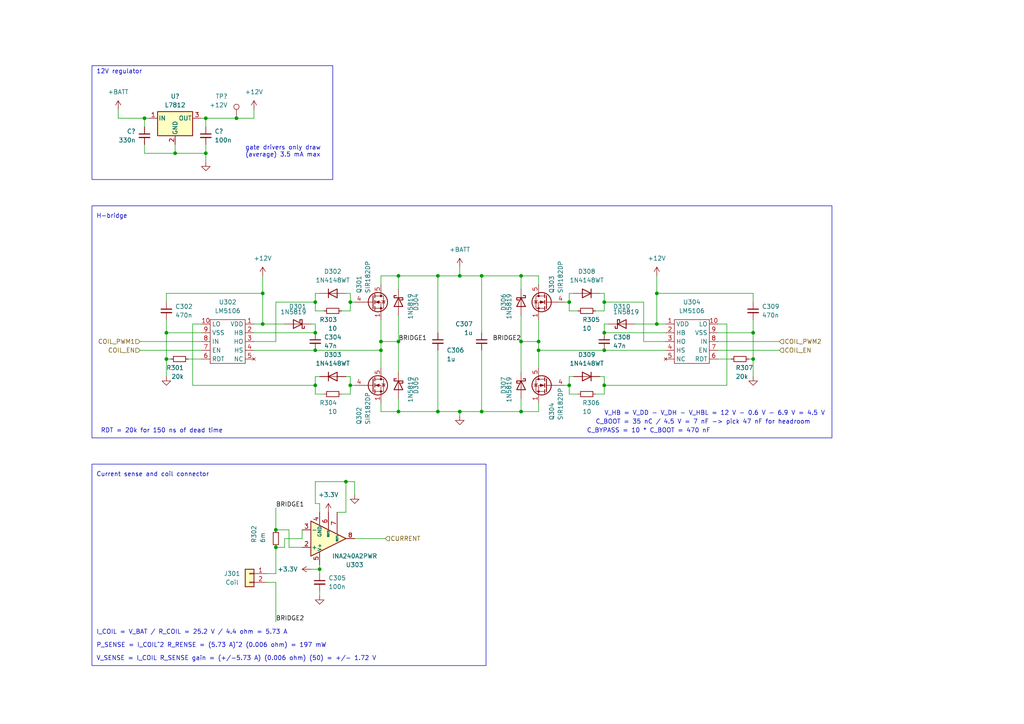
<source format=kicad_sch>
(kicad_sch (version 20230121) (generator eeschema)
  (paper "A4")
  (lib_symbols
    (symbol "Amplifier_Current:INA240A2PW" (pin_names (offset 0.127))
      (property "Reference" "U" (at 3.81 3.81 0))
      (property "Value" "INA240A2PW" (at 3.81 -2.54 0))
      (symbol "INA240A2PW_0_1"
        (polyline (pts (xy 5.08 0) (xy -5.08 5.08) (xy -5.08 -5.08) (xy 5.08 0)) (stroke (width 0.254)) (fill (type background)))
      )
      (symbol "INA240A2PW_1_1"
        (pin passive line (at -2.54 -7.62 90) (length 3.81) hide (name "GND") (number "1"))
        (pin input line (at -7.62 2.54 0) (length 2.54) (name "+") (number "2"))
        (pin input line (at -7.62 -2.54 0) (length 2.54) (name "-") (number "3"))
        (pin power_in line (at -2.54 -7.62 90) (length 3.81) (name "GND") (number "4"))
        (pin power_in line (at -2.54 7.62 270) (length 3.81) (name "V+") (number "5"))
        (pin passive line (at 0 -7.62 90) (length 5.08) (name "REF2") (number "6"))
        (pin passive line (at 2.54 -7.62 90) (length 6.35) (name "REF1") (number "7"))
        (pin output line (at 7.62 0 180) (length 2.54) (name "~") (number "8"))
      )
    )
    (symbol "ArduinoShieldVCA:LM5106"
      (property "Reference" "U" (at 0 10.16 0))
      (property "Value" "LM5106" (at 0 7.62 0))
      (symbol "LM5106_0_1"
        (rectangle (start -5.08 6.35) (end 5.08 -6.35))
      )
      (symbol "LM5106_1_1"
        (pin power_in line (at -7.62 5.08 0) (length 2.54) (name "VDD") (number "1"))
        (pin output line (at 7.62 5.08 180) (length 2.54) (name "LO") (number "10"))
        (pin passive line (at -7.62 2.54 0) (length 2.54) (name "HB") (number "2"))
        (pin output line (at -7.62 0 0) (length 2.54) (name "HO") (number "3"))
        (pin passive line (at -7.62 -2.54 0) (length 2.54) (name "HS") (number "4"))
        (pin no_connect line (at -7.62 -5.08 0) (length 2.54) (name "NC") (number "5"))
        (pin passive line (at 7.62 -5.08 180) (length 2.54) (name "RDT") (number "6"))
        (pin input line (at 7.62 -2.54 180) (length 2.54) (name "EN") (number "7"))
        (pin input line (at 7.62 0 180) (length 2.54) (name "IN") (number "8"))
        (pin power_in line (at 7.62 2.54 180) (length 2.54) (name "VSS") (number "9"))
      )
    )
    (symbol "Connector:TestPoint" (pin_numbers hide) (pin_names (offset 0.762) hide)
      (property "Reference" "TP" (at 0 6.858 0))
      (property "Value" "TestPoint" (at 0 5.08 0))
      (symbol "TestPoint_0_1"
        (circle (center 0 3.302) (radius 0.762))
      )
      (symbol "TestPoint_1_1"
        (pin passive line (at 0 0 90) (length 2.54) (name "1") (number "1"))
      )
    )
    (symbol "Connector_Generic:Conn_01x02" (pin_names (offset 1.016) hide)
      (property "Reference" "J" (at 0 2.54 0))
      (property "Value" "Conn_01x02" (at 0 -5.08 0))
      (symbol "Conn_01x02_1_1"
        (rectangle (start -1.27 -2.413) (end 0 -2.667) (stroke (width 0.1524)))
        (rectangle (start -1.27 0.127) (end 0 -0.127) (stroke (width 0.1524)))
        (rectangle (start -1.27 1.27) (end 1.27 -3.81) (stroke (width 0.254)) (fill (type background)))
        (pin passive line (at -5.08 0 0) (length 3.81) (name "Pin_1") (number "1"))
        (pin passive line (at -5.08 -2.54 0) (length 3.81) (name "Pin_2") (number "2"))
      )
    )
    (symbol "Device:C_Small" (pin_numbers hide) (pin_names (offset 0.254) hide)
      (property "Reference" "C" (at 0.254 1.778 0))
      (property "Value" "C_Small" (at 0.254 -2.032 0))
      (symbol "C_Small_0_1"
        (polyline (pts (xy -1.524 -0.508) (xy 1.524 -0.508)) (stroke (width 0.3302)))
        (polyline (pts (xy -1.524 0.508) (xy 1.524 0.508)) (stroke (width 0.3048)))
      )
      (symbol "C_Small_1_1"
        (pin passive line (at 0 2.54 270) (length 2.032) (name "~") (number "1"))
        (pin passive line (at 0 -2.54 90) (length 2.032) (name "~") (number "2"))
      )
    )
    (symbol "Device:R_Small" (pin_numbers hide) (pin_names (offset 0.254) hide)
      (property "Reference" "R" (at 0.762 0.508 0))
      (property "Value" "R_Small" (at 0.762 -1.016 0))
      (symbol "R_Small_0_1"
        (rectangle (start -0.762 1.778) (end 0.762 -1.778) (stroke (width 0.2032)))
      )
      (symbol "R_Small_1_1"
        (pin passive line (at 0 2.54 270) (length 0.762) (name "~") (number "1"))
        (pin passive line (at 0 -2.54 90) (length 0.762) (name "~") (number "2"))
      )
    )
    (symbol "Diode:1N4148W" (pin_numbers hide) (pin_names hide)
      (property "Reference" "D" (at 0 2.54 0))
      (property "Value" "1N4148W" (at 0 -2.54 0))
      (symbol "1N4148W_0_1"
        (polyline (pts (xy -1.27 1.27) (xy -1.27 -1.27)) (stroke (width 0.254)))
        (polyline (pts (xy 1.27 0) (xy -1.27 0)))
        (polyline (pts (xy 1.27 1.27) (xy 1.27 -1.27) (xy -1.27 0) (xy 1.27 1.27)) (stroke (width 0.254)))
      )
      (symbol "1N4148W_1_1"
        (pin passive line (at -3.81 0 0) (length 2.54) (name "K") (number "1"))
        (pin passive line (at 3.81 0 180) (length 2.54) (name "A") (number "2"))
      )
    )
    (symbol "Diode:1N5819" (pin_numbers hide) (pin_names (offset 1.016) hide)
      (property "Reference" "D" (at 0 2.54 0))
      (property "Value" "1N5819" (at 0 -2.54 0))
      (symbol "1N5819_0_1"
        (polyline (pts (xy 1.27 0) (xy -1.27 0)))
        (polyline (pts (xy 1.27 1.27) (xy 1.27 -1.27) (xy -1.27 0) (xy 1.27 1.27)) (stroke (width 0.254)))
        (polyline (pts (xy -1.905 0.635) (xy -1.905 1.27) (xy -1.27 1.27) (xy -1.27 -1.27) (xy -0.635 -1.27) (xy -0.635 -0.635)) (stroke (width 0.254)))
      )
      (symbol "1N5819_1_1"
        (pin passive line (at -3.81 0 0) (length 2.54) (name "K") (number "1"))
        (pin passive line (at 3.81 0 180) (length 2.54) (name "A") (number "2"))
      )
    )
    (symbol "GND_1" (power) (pin_names (offset 0))
      (property "Value" "GND_1" (at 0 -3.81 0))
      (symbol "GND_1_0_1"
        (polyline (pts (xy 0 0) (xy 0 -1.27) (xy 1.27 -1.27) (xy 0 -2.54) (xy -1.27 -1.27) (xy 0 -1.27)))
      )
      (symbol "GND_1_1_1"
        (pin power_in line (at 0 0 270) (length 0) hide (name "GND") (number "1"))
      )
    )
    (symbol "Regulator_Linear:L7812" (pin_names (offset 0.254))
      (property "Reference" "U" (at -3.81 3.175 0))
      (property "Value" "L7812" (at 0 3.175 0))
      (symbol "L7812_0_1"
        (rectangle (start -5.08 1.905) (end 5.08 -5.08) (stroke (width 0.254)) (fill (type background)))
      )
      (symbol "L7812_1_1"
        (pin power_in line (at -7.62 0 0) (length 2.54) (name "IN") (number "1"))
        (pin power_in line (at 0 -7.62 90) (length 2.54) (name "GND") (number "2"))
        (pin power_out line (at 7.62 0 180) (length 2.54) (name "OUT") (number "3"))
      )
    )
    (symbol "Transistor_FET:Si7336ADP" (pin_names hide)
      (property "Reference" "Q" (at 5.08 1.905 0))
      (property "Value" "Si7336ADP" (at 5.08 0 0))
      (symbol "Si7336ADP_0_1"
        (polyline (pts (xy 0.254 0) (xy -2.54 0)))
        (polyline (pts (xy 0.254 1.905) (xy 0.254 -1.905)) (stroke (width 0.254)))
        (polyline (pts (xy 0.762 -1.27) (xy 0.762 -2.286)) (stroke (width 0.254)))
        (polyline (pts (xy 0.762 0.508) (xy 0.762 -0.508)) (stroke (width 0.254)))
        (polyline (pts (xy 0.762 2.286) (xy 0.762 1.27)) (stroke (width 0.254)))
        (polyline (pts (xy 2.54 2.54) (xy 2.54 1.778)))
        (polyline (pts (xy 2.54 -2.54) (xy 2.54 0) (xy 0.762 0)))
        (polyline (pts (xy 0.762 -1.778) (xy 3.302 -1.778) (xy 3.302 1.778) (xy 0.762 1.778)))
        (polyline (pts (xy 1.016 0) (xy 2.032 0.381) (xy 2.032 -0.381) (xy 1.016 0)) (fill (type outline)))
        (polyline (pts (xy 2.794 0.508) (xy 2.921 0.381) (xy 3.683 0.381) (xy 3.81 0.254)))
        (polyline (pts (xy 3.302 0.381) (xy 2.921 -0.254) (xy 3.683 -0.254) (xy 3.302 0.381)))
        (circle (center 1.651 0) (radius 2.794) (stroke (width 0.254)))
        (circle (center 2.54 -1.778) (radius 0.254) (fill (type outline)))
        (circle (center 2.54 1.778) (radius 0.254) (fill (type outline)))
      )
      (symbol "Si7336ADP_1_1"
        (pin passive line (at 2.54 -5.08 90) (length 2.54) (name "S") (number "1"))
        (pin passive line (at 2.54 -5.08 90) (length 2.54) hide (name "S") (number "2"))
        (pin passive line (at 2.54 -5.08 90) (length 2.54) hide (name "S") (number "3"))
        (pin input line (at -5.08 0 0) (length 2.54) (name "G") (number "4"))
        (pin passive line (at 2.54 5.08 270) (length 2.54) (name "D") (number "5"))
      )
    )
    (symbol "power:+12V" (power) (pin_names (offset 0))
      (property "Value" "+12V" (at 0 3.556 0))
      (symbol "+12V_0_1"
        (polyline (pts (xy -0.762 1.27) (xy 0 2.54)))
        (polyline (pts (xy 0 0) (xy 0 2.54)))
        (polyline (pts (xy 0 2.54) (xy 0.762 1.27)))
      )
      (symbol "+12V_1_1"
        (pin power_in line (at 0 0 90) (length 0) hide (name "+12V") (number "1"))
      )
    )
    (symbol "power:+3.3V" (power) (pin_names (offset 0))
      (property "Value" "+3.3V" (at 0 3.556 0))
      (symbol "+3.3V_0_1"
        (polyline (pts (xy -0.762 1.27) (xy 0 2.54)))
        (polyline (pts (xy 0 0) (xy 0 2.54)))
        (polyline (pts (xy 0 2.54) (xy 0.762 1.27)))
      )
      (symbol "+3.3V_1_1"
        (pin power_in line (at 0 0 90) (length 0) hide (name "+3.3V") (number "1"))
      )
    )
    (symbol "power:+BATT" (power) (pin_names (offset 0))
      (property "Value" "+BATT" (at 0 3.556 0))
      (symbol "+BATT_0_1"
        (polyline (pts (xy -0.762 1.27) (xy 0 2.54)))
        (polyline (pts (xy 0 0) (xy 0 2.54)))
        (polyline (pts (xy 0 2.54) (xy 0.762 1.27)))
      )
      (symbol "+BATT_1_1"
        (pin power_in line (at 0 0 90) (length 0) hide (name "+BATT") (number "1"))
      )
    )
    (symbol "power:GND" (power) (pin_names (offset 0))
      (property "Value" "GND" (at 0 -3.81 0))
      (symbol "GND_0_1"
        (polyline (pts (xy 0 0) (xy 0 -1.27) (xy 1.27 -1.27) (xy 0 -2.54) (xy -1.27 -1.27) (xy 0 -1.27)))
      )
      (symbol "GND_1_1"
        (pin power_in line (at 0 0 270) (length 0) hide (name "GND") (number "1"))
      )
    )
  )
  (junction (at 127 119.38))
  (junction (at 101.6 111.76))
  (junction (at 115.57 80.01))
  (junction (at 48.26 96.52))
  (junction (at 48.26 104.14))
  (junction (at 190.5 93.98))
  (junction (at 175.26 87.63))
  (junction (at 165.1 111.76))
  (junction (at 151.13 119.38))
  (junction (at 110.49 101.6))
  (junction (at 218.44 104.14))
  (junction (at 101.6 87.63))
  (junction (at 151.13 99.06))
  (junction (at 175.26 96.52))
  (junction (at 100.33 139.7))
  (junction (at 139.7 80.01))
  (junction (at 50.8 44.45))
  (junction (at 115.57 99.06))
  (junction (at 91.44 101.6))
  (junction (at 133.35 119.38))
  (junction (at 91.44 111.76))
  (junction (at 151.13 80.01))
  (junction (at 218.44 96.52))
  (junction (at 165.1 87.63))
  (junction (at 156.21 101.6))
  (junction (at 127 80.01))
  (junction (at 80.01 153.67))
  (junction (at 41.91 34.29))
  (junction (at 175.26 111.76))
  (junction (at 110.49 99.06))
  (junction (at 156.21 99.06))
  (junction (at 59.69 34.29))
  (junction (at 92.71 165.1))
  (junction (at 80.01 158.75))
  (junction (at 91.44 96.52))
  (junction (at 68.58 34.29))
  (junction (at 175.26 101.6))
  (junction (at 139.7 119.38))
  (junction (at 76.2 93.98))
  (junction (at 59.69 44.45))
  (junction (at 190.5 85.09))
  (junction (at 115.57 119.38))
  (junction (at 91.44 87.63))
  (junction (at 133.35 80.01))
  (junction (at 76.2 85.09))
  (wire (pts (xy 165.1 87.63) (xy 165.1 90.17)))
  (wire (pts (xy 167.64 90.17) (xy 165.1 90.17)))
  (wire (pts (xy 76.2 85.09) (xy 76.2 93.98)))
  (wire (pts (xy 80.01 99.06) (xy 73.66 99.06)))
  (wire (pts (xy 110.49 116.84) (xy 110.49 119.38)))
  (wire (pts (xy 110.49 92.71) (xy 110.49 99.06)))
  (wire (pts (xy 110.49 99.06) (xy 110.49 101.6)))
  (wire (pts (xy 73.66 101.6) (xy 91.44 101.6)))
  (wire (pts (xy 115.57 119.38) (xy 127 119.38)))
  (wire (pts (xy 156.21 99.06) (xy 156.21 101.6)))
  (wire (pts (xy 175.26 96.52) (xy 175.26 93.98)))
  (wire (pts (xy 59.69 44.45) (xy 50.8 44.45)))
  (wire (pts (xy 49.53 104.14) (xy 48.26 104.14)))
  (wire (pts (xy 73.66 34.29) (xy 68.58 34.29)))
  (wire (pts (xy 190.5 85.09) (xy 218.44 85.09)))
  (wire (pts (xy 165.1 111.76) (xy 165.1 109.22)))
  (wire (pts (xy 173.99 85.09) (xy 175.26 85.09)))
  (wire (pts (xy 110.49 80.01) (xy 110.49 82.55)))
  (wire (pts (xy 110.49 119.38) (xy 115.57 119.38)))
  (wire (pts (xy 91.44 96.52) (xy 91.44 93.98)))
  (wire (pts (xy 83.82 158.75) (xy 83.82 153.67)))
  (wire (pts (xy 48.26 92.71) (xy 48.26 96.52)))
  (wire (pts (xy 102.87 156.21) (xy 111.76 156.21)))
  (wire (pts (xy 99.06 114.3) (xy 101.6 114.3)))
  (wire (pts (xy 41.91 36.83) (xy 41.91 34.29)))
  (wire (pts (xy 184.15 93.98) (xy 190.5 93.98)))
  (wire (pts (xy 115.57 91.44) (xy 115.57 99.06)))
  (wire (pts (xy 58.42 104.14) (xy 54.61 104.14)))
  (wire (pts (xy 217.17 104.14) (xy 218.44 104.14)))
  (wire (pts (xy 41.91 44.45) (xy 50.8 44.45)))
  (wire (pts (xy 91.44 87.63) (xy 91.44 90.17)))
  (wire (pts (xy 156.21 80.01) (xy 156.21 82.55)))
  (wire (pts (xy 186.69 99.06) (xy 193.04 99.06)))
  (wire (pts (xy 151.13 99.06) (xy 151.13 107.95)))
  (wire (pts (xy 186.69 87.63) (xy 186.69 99.06)))
  (wire (pts (xy 208.28 99.06) (xy 226.06 99.06)))
  (wire (pts (xy 151.13 99.06) (xy 156.21 99.06)))
  (wire (pts (xy 127 80.01) (xy 127 96.52)))
  (wire (pts (xy 151.13 91.44) (xy 151.13 99.06)))
  (wire (pts (xy 166.37 85.09) (xy 165.1 85.09)))
  (wire (pts (xy 133.35 119.38) (xy 133.35 120.65)))
  (wire (pts (xy 76.2 80.01) (xy 76.2 85.09)))
  (wire (pts (xy 73.66 31.75) (xy 73.66 34.29)))
  (wire (pts (xy 80.01 147.32) (xy 80.01 153.67)))
  (wire (pts (xy 165.1 85.09) (xy 165.1 87.63)))
  (wire (pts (xy 41.91 34.29) (xy 43.18 34.29)))
  (wire (pts (xy 58.42 101.6) (xy 40.64 101.6)))
  (wire (pts (xy 92.71 109.22) (xy 91.44 109.22)))
  (wire (pts (xy 218.44 96.52) (xy 218.44 104.14)))
  (wire (pts (xy 151.13 115.57) (xy 151.13 119.38)))
  (wire (pts (xy 93.98 114.3) (xy 91.44 114.3)))
  (wire (pts (xy 100.33 148.59) (xy 97.79 148.59)))
  (wire (pts (xy 59.69 44.45) (xy 59.69 46.99)))
  (wire (pts (xy 133.35 80.01) (xy 139.7 80.01)))
  (wire (pts (xy 100.33 148.59) (xy 100.33 139.7)))
  (wire (pts (xy 41.91 41.91) (xy 41.91 44.45)))
  (wire (pts (xy 91.44 111.76) (xy 91.44 114.3)))
  (wire (pts (xy 100.33 85.09) (xy 101.6 85.09)))
  (wire (pts (xy 115.57 80.01) (xy 115.57 83.82)))
  (wire (pts (xy 190.5 80.01) (xy 190.5 85.09)))
  (wire (pts (xy 102.87 87.63) (xy 101.6 87.63)))
  (wire (pts (xy 102.87 143.51) (xy 102.87 139.7)))
  (wire (pts (xy 50.8 41.91) (xy 50.8 44.45)))
  (wire (pts (xy 190.5 85.09) (xy 190.5 93.98)))
  (wire (pts (xy 115.57 115.57) (xy 115.57 119.38)))
  (wire (pts (xy 175.26 93.98) (xy 176.53 93.98)))
  (wire (pts (xy 102.87 111.76) (xy 101.6 111.76)))
  (wire (pts (xy 90.17 165.1) (xy 92.71 165.1)))
  (wire (pts (xy 87.63 153.67) (xy 87.63 156.21)))
  (wire (pts (xy 93.98 90.17) (xy 91.44 90.17)))
  (wire (pts (xy 163.83 87.63) (xy 165.1 87.63)))
  (wire (pts (xy 91.44 101.6) (xy 110.49 101.6)))
  (wire (pts (xy 87.63 158.75) (xy 83.82 158.75)))
  (wire (pts (xy 190.5 93.98) (xy 193.04 93.98)))
  (wire (pts (xy 101.6 87.63) (xy 101.6 90.17)))
  (wire (pts (xy 175.26 85.09) (xy 175.26 87.63)))
  (wire (pts (xy 151.13 80.01) (xy 151.13 83.82)))
  (wire (pts (xy 115.57 99.06) (xy 115.57 107.95)))
  (wire (pts (xy 91.44 96.52) (xy 73.66 96.52)))
  (wire (pts (xy 91.44 146.05) (xy 92.71 146.05)))
  (wire (pts (xy 34.29 34.29) (xy 41.91 34.29)))
  (wire (pts (xy 48.26 104.14) (xy 48.26 109.22)))
  (wire (pts (xy 55.88 111.76) (xy 91.44 111.76)))
  (wire (pts (xy 175.26 87.63) (xy 186.69 87.63)))
  (wire (pts (xy 48.26 87.63) (xy 48.26 85.09)))
  (wire (pts (xy 48.26 96.52) (xy 48.26 104.14)))
  (wire (pts (xy 208.28 93.98) (xy 210.82 93.98)))
  (wire (pts (xy 82.55 93.98) (xy 76.2 93.98)))
  (wire (pts (xy 80.01 158.75) (xy 80.01 166.37)))
  (wire (pts (xy 210.82 93.98) (xy 210.82 111.76)))
  (wire (pts (xy 40.64 99.06) (xy 58.42 99.06)))
  (wire (pts (xy 172.72 90.17) (xy 175.26 90.17)))
  (wire (pts (xy 165.1 114.3) (xy 165.1 111.76)))
  (wire (pts (xy 156.21 116.84) (xy 156.21 119.38)))
  (wire (pts (xy 151.13 119.38) (xy 156.21 119.38)))
  (wire (pts (xy 82.55 156.21) (xy 82.55 158.75)))
  (wire (pts (xy 156.21 92.71) (xy 156.21 99.06)))
  (wire (pts (xy 218.44 104.14) (xy 218.44 109.22)))
  (wire (pts (xy 151.13 80.01) (xy 156.21 80.01)))
  (wire (pts (xy 115.57 80.01) (xy 127 80.01)))
  (wire (pts (xy 87.63 156.21) (xy 82.55 156.21)))
  (wire (pts (xy 80.01 87.63) (xy 80.01 99.06)))
  (wire (pts (xy 139.7 101.6) (xy 139.7 119.38)))
  (wire (pts (xy 77.47 166.37) (xy 80.01 166.37)))
  (wire (pts (xy 133.35 119.38) (xy 139.7 119.38)))
  (wire (pts (xy 101.6 114.3) (xy 101.6 111.76)))
  (wire (pts (xy 139.7 80.01) (xy 151.13 80.01)))
  (wire (pts (xy 218.44 87.63) (xy 218.44 85.09)))
  (wire (pts (xy 156.21 101.6) (xy 156.21 106.68)))
  (wire (pts (xy 163.83 111.76) (xy 165.1 111.76)))
  (wire (pts (xy 80.01 168.91) (xy 77.47 168.91)))
  (wire (pts (xy 127 80.01) (xy 133.35 80.01)))
  (wire (pts (xy 82.55 158.75) (xy 80.01 158.75)))
  (wire (pts (xy 175.26 111.76) (xy 175.26 114.3)))
  (wire (pts (xy 101.6 111.76) (xy 101.6 109.22)))
  (wire (pts (xy 101.6 85.09) (xy 101.6 87.63)))
  (wire (pts (xy 139.7 80.01) (xy 139.7 96.52)))
  (wire (pts (xy 208.28 96.52) (xy 218.44 96.52)))
  (wire (pts (xy 91.44 85.09) (xy 91.44 87.63)))
  (wire (pts (xy 76.2 93.98) (xy 73.66 93.98)))
  (wire (pts (xy 218.44 92.71) (xy 218.44 96.52)))
  (wire (pts (xy 91.44 109.22) (xy 91.44 111.76)))
  (wire (pts (xy 91.44 93.98) (xy 90.17 93.98)))
  (wire (pts (xy 59.69 41.91) (xy 59.69 44.45)))
  (wire (pts (xy 58.42 96.52) (xy 48.26 96.52)))
  (wire (pts (xy 127 101.6) (xy 127 119.38)))
  (wire (pts (xy 175.26 87.63) (xy 175.26 90.17)))
  (wire (pts (xy 139.7 119.38) (xy 151.13 119.38)))
  (wire (pts (xy 127 119.38) (xy 133.35 119.38)))
  (wire (pts (xy 175.26 109.22) (xy 175.26 111.76)))
  (wire (pts (xy 210.82 111.76) (xy 175.26 111.76)))
  (wire (pts (xy 173.99 109.22) (xy 175.26 109.22)))
  (wire (pts (xy 110.49 80.01) (xy 115.57 80.01)))
  (wire (pts (xy 92.71 165.1) (xy 92.71 163.83)))
  (wire (pts (xy 59.69 34.29) (xy 58.42 34.29)))
  (wire (pts (xy 99.06 90.17) (xy 101.6 90.17)))
  (wire (pts (xy 175.26 101.6) (xy 193.04 101.6)))
  (wire (pts (xy 92.71 171.45) (xy 92.71 172.72)))
  (wire (pts (xy 76.2 85.09) (xy 48.26 85.09)))
  (wire (pts (xy 208.28 101.6) (xy 226.06 101.6)))
  (wire (pts (xy 208.28 104.14) (xy 212.09 104.14)))
  (wire (pts (xy 80.01 168.91) (xy 80.01 180.34)))
  (wire (pts (xy 172.72 114.3) (xy 175.26 114.3)))
  (wire (pts (xy 167.64 114.3) (xy 165.1 114.3)))
  (wire (pts (xy 92.71 85.09) (xy 91.44 85.09)))
  (wire (pts (xy 100.33 139.7) (xy 102.87 139.7)))
  (wire (pts (xy 34.29 31.75) (xy 34.29 34.29)))
  (wire (pts (xy 156.21 101.6) (xy 175.26 101.6)))
  (wire (pts (xy 101.6 109.22) (xy 100.33 109.22)))
  (wire (pts (xy 175.26 96.52) (xy 193.04 96.52)))
  (wire (pts (xy 83.82 153.67) (xy 80.01 153.67)))
  (wire (pts (xy 133.35 77.47) (xy 133.35 80.01)))
  (wire (pts (xy 59.69 36.83) (xy 59.69 34.29)))
  (wire (pts (xy 91.44 87.63) (xy 80.01 87.63)))
  (wire (pts (xy 55.88 93.98) (xy 55.88 111.76)))
  (wire (pts (xy 91.44 139.7) (xy 100.33 139.7)))
  (wire (pts (xy 68.58 34.29) (xy 59.69 34.29)))
  (wire (pts (xy 58.42 93.98) (xy 55.88 93.98)))
  (wire (pts (xy 110.49 101.6) (xy 110.49 106.68)))
  (wire (pts (xy 92.71 146.05) (xy 92.71 148.59)))
  (wire (pts (xy 110.49 99.06) (xy 115.57 99.06)))
  (wire (pts (xy 92.71 165.1) (xy 92.71 166.37)))
  (wire (pts (xy 91.44 146.05) (xy 91.44 139.7)))
  (wire (pts (xy 165.1 109.22) (xy 166.37 109.22)))
  (rectangle (start 26.67 134.62) (end 140.97 193.04))
  (rectangle (start 26.67 19.05) (end 96.52 52.07))
  (rectangle (start 26.67 59.69) (end 241.3 127))
  (text "H-bridge" (at 27.94 63.5 0) (effects (font (size 1.27 1.27)) (justify left bottom)))
  (text "C_BYPASS = 10 * C_BOOT = 470 nF" (at 170.18 125.73 0) (effects (font (size 1.27 1.27)) (justify left bottom)))
  (text "gate drivers only draw \n(average) 3.5 mA max" (at 71.12 45.72 0) (effects (font (size 1.27 1.27)) (justify left bottom)))
  (text "V_HB = V_DD - V_DH - V_HBL = 12 V - 0.6 V - 6.9 V = 4.5 V" (at 175.26 120.65 0) (effects (font (size 1.27 1.27)) (justify left bottom)))
  (text "12V regulator" (at 27.94 21.59 0) (effects (font (size 1.27 1.27)) (justify left bottom)))
  (text "RDT = 20k for 150 ns of dead time" (at 29.21 125.73 0) (effects (font (size 1.27 1.27)) (justify left bottom)))
  (text "C_BOOT = 35 nC / 4.5 V = 7 nF -> pick 47 nF for headroom" (at 172.72 123.19 0) (effects (font (size 1.27 1.27)) (justify left bottom)))
  (text "P_SENSE = I_COIL^2 R_RENSE = (5.73 A)^2 (0.006 ohm) = 197 mW " (at 27.94 187.96 0) (effects (font (size 1.27 1.27)) (justify left bottom)))
  (text "V_SENSE = I_COIL R_SENSE gain = (+/-5.73 A) (0.006 ohm) (50) = +/- 1.72 V" (at 27.94 191.77 0) (effects (font (size 1.27 1.27)) (justify left bottom)))
  (text "I_COIL = V_BAT / R_COIL = 25.2 V / 4.4 ohm = 5.73 A" (at 27.94 184.15 0) (effects (font (size 1.27 1.27)) (justify left bottom)))
  (text "Current sense and coil connector" (at 27.94 138.43 0) (effects (font (size 1.27 1.27)) (justify left bottom)))
  (label "BRIDGE1" (at 80.01 147.32 0))
  (label "BRIDGE1" (at 115.57 99.06 0))
  (label "BRIDGE2" (at 80.01 180.34 0))
  (label "BRIDGE2" (at 151.13 99.06 180))
  (hierarchical_label "COIL_PWM2" (shape input) (at 226.06 99.06 0))
  (hierarchical_label "CURRENT" (shape input) (at 111.76 156.21 0))
  (hierarchical_label "COIL_PWM1" (shape input) (at 40.64 99.06 180))
  (hierarchical_label "COIL_EN" (shape input) (at 40.64 101.6 180))
  (hierarchical_label "COIL_EN" (shape input) (at 226.06 101.6 0))
  (symbol (lib_id "Diode:1N5819") (at 115.57 87.63 90) (mirror x) (unit 1)
    (property "Reference" "D304" (at 120.65 85.09 0) (effects (justify left)))
    (property "Value" "1N5819" (at 119.0625 85.09 0) (effects (justify left)))
    (property "Footprint" "Diode_SMD:D_SOD-523" (effects hide))
    (property "LCSC" "C5451630" (effects hide))
    (instances (project "ActiveImpactor_Power" (path "" (reference "D304") (unit 1))) (project "ArduinoShieldVCA" (path "" (reference "D10") (unit 1))))
  )
  (symbol (lib_id "Diode:1N4148W") (at 170.18 85.09 0) (mirror y) (unit 1)
    (property "Reference" "D308" (at 170.18 78.74 0))
    (property "Value" "1N4148WT" (at 170.18 81.28 0))
    (property "Footprint" "Diode_SMD:D_SOD-523" (effects hide))
    (property "LCSC" "C727112" (effects hide))
    (instances (project "ActiveImpactor_Power" (path "" (reference "D308") (unit 1))) (project "ArduinoShieldVCA" (path "" (reference "D8") (unit 1))))
  )
  (symbol (lib_id "Device:C_Small") (at 41.91 39.37 0) (mirror y) (unit 1)
    (property "Reference" "C?" (at 39.37 38.1063 0) (effects (justify left)))
    (property "Value" "330n" (at 39.37 40.6463 0) (effects (justify left)))
    (property "Footprint" "Capacitor_SMD:C_0603_1608Metric" (effects hide))
    (property "LCSC" "C188679" (effects hide))
    (instances (project "ActiveImpactor_Power" (path "" (reference "C?") (unit 1)) (path "" (reference "C301") (unit 1))))
  )
  (symbol (lib_id "Device:C_Small") (at 92.71 168.91 0) (unit 1)
    (property "Reference" "C305" (at 95.25 167.6463 0) (effects (justify left)))
    (property "Value" "100n" (at 95.25 170.1863 0) (effects (justify left)))
    (property "Footprint" "Capacitor_SMD:C_0603_1608Metric" (effects hide))
    (property "LCSC" "C14663" (effects hide))
    (instances (project "ActiveImpactor_Power" (path "" (reference "C305") (unit 1))) (project "ArduinoShieldVCA" (path "" (reference "C9") (unit 1))))
  )
  (symbol (lib_id "Device:C_Small") (at 127 99.06 0) (unit 1)
    (property "Reference" "C306" (at 129.54 101.6 0) (effects (justify left)))
    (property "Value" "1u" (at 129.54 104.14 0) (effects (justify left)))
    (property "Footprint" "Capacitor_SMD:C_1206_3216Metric" (effects hide))
    (property "LCSC" "C1848" (effects hide))
    (instances (project "ActiveImpactor_Power" (path "" (reference "C306") (unit 1))) (project "ArduinoShieldVCA" (path "" (reference "C12") (unit 1))))
  )
  (symbol (lib_id "Transistor_FET:Si7336ADP") (at 158.75 111.76 0) (mirror y) (unit 1)
    (property "Reference" "Q304" (at 160.02 121.92 90) (effects (justify left)))
    (property "Value" "SIR182DP" (at 162.56 121.92 90) (effects (justify left)))
    (property "Footprint" "Package_SO:PowerPAK_SO-8_Single" (effects hide))
    (property "LCSC" "C467943" (effects hide))
    (instances (project "ActiveImpactor_Power" (path "" (reference "Q304") (unit 1))) (project "ArduinoShieldVCA" (path "" (reference "Q4") (unit 1))))
  )
  (symbol (lib_id "Regulator_Linear:L7812") (at 50.8 34.29 0) (unit 1)
    (property "Reference" "U?" (at 50.8 27.94 0))
    (property "Value" "L7812" (at 50.8 30.48 0))
    (property "Footprint" "Package_TO_SOT_SMD:TO-252-2" (effects hide))
    (property "Datasheet" "http://www.st.com/content/ccc/resource/technical/document/datasheet/41/4f/b3/b0/12/d4/47/88/CD00000444.pdf/files/CD00000444.pdf/jcr:content/translations/en.CD00000444.pdf" (effects hide))
    (property "LCSC" "C16424" (effects hide))
    (instances (project "ActiveImpactor_Power" (path "" (reference "U?") (unit 1)) (path "" (reference "U301") (unit 1))))
  )
  (symbol (lib_name "GND_1") (lib_id "power:GND") (at 133.35 120.65 0) (unit 1)
    (property "Reference" "#PWR0311" (effects hide))
    (property "Value" "GND" (effects hide))
    (instances (project "ActiveImpactor_Power" (path "" (reference "#PWR0311") (unit 1))) (project "ArduinoShieldVCA" (path "" (reference "#PWR07") (unit 1))))
  )
  (symbol (lib_id "power:+12V") (at 76.2 80.01 0) (unit 1)
    (property "Reference" "#PWR0305" (effects hide))
    (property "Value" "+12V" (at 76.2 74.93 0))
  )
  (symbol (lib_id "Device:C_Small") (at 48.26 90.17 0) (unit 1)
    (property "Reference" "C302" (at 50.8 88.9063 0) (effects (justify left)))
    (property "Value" "470n" (at 50.8 91.4463 0) (effects (justify left)))
    (property "Footprint" "Capacitor_SMD:C_0402_1005Metric" (effects hide))
    (property "LCSC" "C437527" (effects hide))
    (instances (project "ActiveImpactor_Power" (path "" (reference "C302") (unit 1))) (project "ArduinoShieldVCA" (path "" (reference "C1") (unit 1))))
  )
  (symbol (lib_id "power:+3.3V") (at 90.17 165.1 90) (unit 1)
    (property "Reference" "#PWR0306" (effects hide))
    (property "Value" "+3.3V" (at 86.36 165.1 90) (effects (justify left)))
  )
  (symbol (lib_name "GND_1") (lib_id "power:GND") (at 92.71 172.72 0) (unit 1)
    (property "Reference" "#PWR0307" (effects hide))
    (property "Value" "GND" (effects hide))
    (instances (project "ActiveImpactor_Power" (path "" (reference "#PWR0307") (unit 1))) (project "ArduinoShieldVCA" (path "" (reference "#PWR019") (unit 1))))
  )
  (symbol (lib_id "power:+BATT") (at 34.29 31.75 0) (unit 1)
    (property "Reference" "#PWR0113" (effects hide))
    (property "Value" "+BATT" (at 34.29 26.67 0))
    (instances (project "ActiveImpactor_Power" (path "" (reference "#PWR0113") (unit 1)) (path "" (reference "#PWR0301") (unit 1))))
  )
  (symbol (lib_id "Device:R_Small") (at 52.07 104.14 90) (unit 1)
    (property "Reference" "R301" (at 53.34 106.68 90) (effects (justify left)))
    (property "Value" "20k" (at 53.34 109.22 90) (effects (justify left)))
    (property "Footprint" "Resistor_SMD:R_0402_1005Metric" (effects hide))
    (property "LCSC" "C25765" (effects hide))
    (instances (project "ActiveImpactor_Power" (path "" (reference "R301") (unit 1))) (project "ArduinoShieldVCA" (path "" (reference "R1") (unit 1))))
  )
  (symbol (lib_id "Device:C_Small") (at 59.69 39.37 0) (unit 1)
    (property "Reference" "C?" (at 62.23 38.1063 0) (effects (justify left)))
    (property "Value" "100n" (at 62.23 40.6463 0) (effects (justify left)))
    (property "Footprint" "Capacitor_SMD:C_0603_1608Metric" (effects hide))
    (property "LCSC" "C14663" (effects hide))
    (instances (project "ActiveImpactor_Power" (path "" (reference "C?") (unit 1)) (path "" (reference "C303") (unit 1))))
  )
  (symbol (lib_id "Device:C_Small") (at 175.26 99.06 0) (unit 1)
    (property "Reference" "C308" (at 177.8 97.7963 0) (effects (justify left)))
    (property "Value" "47n" (at 177.8 100.3363 0) (effects (justify left)))
    (property "Footprint" "Capacitor_SMD:C_0402_1005Metric" (effects hide))
    (property "LCSC" "C880605" (effects hide))
    (instances (project "ActiveImpactor_Power" (path "" (reference "C308") (unit 1))) (project "ArduinoShieldVCA" (path "" (reference "C6") (unit 1))))
  )
  (symbol (lib_id "Diode:1N5819") (at 115.57 111.76 90) (mirror x) (unit 1)
    (property "Reference" "D305" (at 120.65 109.22 0) (effects (justify left)))
    (property "Value" "1N5819" (at 119.0625 109.22 0) (effects (justify left)))
    (property "Footprint" "Diode_SMD:D_SOD-523" (effects hide))
    (property "LCSC" "C5451630" (effects hide))
    (instances (project "ActiveImpactor_Power" (path "" (reference "D305") (unit 1))) (project "ArduinoShieldVCA" (path "" (reference "D10") (unit 1))))
  )
  (symbol (lib_id "Diode:1N4148W") (at 96.52 85.09 0) (mirror x) (unit 1)
    (property "Reference" "D302" (at 96.52 78.74 0))
    (property "Value" "1N4148WT" (at 96.52 81.28 0))
    (property "Footprint" "Diode_SMD:D_SOD-523" (effects hide))
    (property "LCSC" "C727112" (effects hide))
    (instances (project "ActiveImpactor_Power" (path "" (reference "D302") (unit 1))) (project "ArduinoShieldVCA" (path "" (reference "D8") (unit 1))))
  )
  (symbol (lib_id "Transistor_FET:Si7336ADP") (at 107.95 87.63 0) (unit 1)
    (property "Reference" "Q301" (at 104.14 85.09 90) (effects (justify left)))
    (property "Value" "SIR182DP" (at 106.68 85.09 90) (effects (justify left)))
    (property "Footprint" "Package_SO:PowerPAK_SO-8_Single" (effects hide))
    (property "LCSC" "C467943" (effects hide))
    (instances (project "ActiveImpactor_Power" (path "" (reference "Q301") (unit 1))) (project "ArduinoShieldVCA" (path "" (reference "Q1") (unit 1))))
  )
  (symbol (lib_id "Diode:1N5819") (at 180.34 93.98 0) (mirror x) (unit 1)
    (property "Reference" "D310" (at 177.8 88.9 0) (effects (justify left)))
    (property "Value" "1N5819" (at 177.8 90.4875 0) (effects (justify left)))
    (property "Footprint" "Diode_SMD:D_SOD-523" (effects hide))
    (property "LCSC" "C5451630" (effects hide))
    (instances (project "ActiveImpactor_Power" (path "" (reference "D310") (unit 1))) (project "ArduinoShieldVCA" (path "" (reference "D10") (unit 1))))
  )
  (symbol (lib_id "Device:R_Small") (at 170.18 114.3 270) (mirror x) (unit 1)
    (property "Reference" "R306" (at 168.91 116.84 90) (effects (justify left)))
    (property "Value" "10" (at 168.91 119.38 90) (effects (justify left)))
    (property "Footprint" "Resistor_SMD:R_0402_1005Metric" (effects hide))
    (property "LCSC" "C25077" (effects hide))
    (instances (project "ActiveImpactor_Power" (path "" (reference "R306") (unit 1))) (project "ArduinoShieldVCA" (path "" (reference "R11") (unit 1))))
  )
  (symbol (lib_id "power:+12V") (at 190.5 80.01 0) (unit 1)
    (property "Reference" "#PWR0312" (effects hide))
    (property "Value" "+12V" (at 190.5 74.93 0))
  )
  (symbol (lib_id "Device:R_Small") (at 214.63 104.14 270) (mirror x) (unit 1)
    (property "Reference" "R307" (at 213.36 106.68 90) (effects (justify left)))
    (property "Value" "20k" (at 213.36 109.22 90) (effects (justify left)))
    (property "Footprint" "Resistor_SMD:R_0402_1005Metric" (effects hide))
    (property "LCSC" "C25765" (effects hide))
    (instances (project "ActiveImpactor_Power" (path "" (reference "R307") (unit 1))) (project "ArduinoShieldVCA" (path "" (reference "R13") (unit 1))))
  )
  (symbol (lib_id "Device:R_Small") (at 170.18 90.17 270) (mirror x) (unit 1)
    (property "Reference" "R305" (at 168.91 92.71 90) (effects (justify left)))
    (property "Value" "10" (at 168.91 95.25 90) (effects (justify left)))
    (property "Footprint" "Resistor_SMD:R_0402_1005Metric" (effects hide))
    (property "LCSC" "C25077" (effects hide))
    (instances (project "ActiveImpactor_Power" (path "" (reference "R305") (unit 1))) (project "ArduinoShieldVCA" (path "" (reference "R10") (unit 1))))
  )
  (symbol (lib_id "Diode:1N4148W") (at 96.52 109.22 0) (mirror x) (unit 1)
    (property "Reference" "D303" (at 96.52 102.87 0))
    (property "Value" "1N4148WT" (at 96.52 105.41 0))
    (property "Footprint" "Diode_SMD:D_SOD-523" (effects hide))
    (property "LCSC" "C727112" (effects hide))
    (instances (project "ActiveImpactor_Power" (path "" (reference "D303") (unit 1))) (project "ArduinoShieldVCA" (path "" (reference "D8") (unit 1))))
  )
  (symbol (lib_name "GND_1") (lib_id "power:GND") (at 102.87 143.51 0) (unit 1)
    (property "Reference" "#PWR0309" (effects hide))
    (property "Value" "GND" (effects hide))
    (instances (project "ActiveImpactor_Power" (path "" (reference "#PWR0309") (unit 1))) (project "ArduinoShieldVCA" (path "" (reference "#PWR020") (unit 1))))
  )
  (symbol (lib_id "Amplifier_Current:INA240A2PW") (at 95.25 156.21 0) (mirror x) (unit 1)
    (property "Reference" "U303" (at 102.87 163.83 0))
    (property "Value" "INA240A2PWR" (at 102.87 161.29 0))
    (property "Footprint" "Package_SO:TSSOP-8_4.4x3mm_P0.65mm" (effects hide))
    (property "Datasheet" "http://www.ti.com/lit/ds/symlink/ina240.pdf" (effects hide))
    (property "LCSC" "C129949" (effects hide))
    (instances (project "ActiveImpactor_Power" (path "" (reference "U303") (unit 1))) (project "ArduinoShieldVCA" (path "" (reference "U6") (unit 1))))
  )
  (symbol (lib_name "GND_1") (lib_id "power:GND") (at 218.44 109.22 0) (unit 1)
    (property "Reference" "#PWR0313" (effects hide))
    (property "Value" "GND" (effects hide))
    (instances (project "ActiveImpactor_Power" (path "" (reference "#PWR0313") (unit 1))) (project "ArduinoShieldVCA" (path "" (reference "#PWR014") (unit 1))))
  )
  (symbol (lib_id "Device:R_Small") (at 96.52 90.17 90) (unit 1)
    (property "Reference" "R303" (at 97.79 92.71 90) (effects (justify left)))
    (property "Value" "10" (at 97.79 95.25 90) (effects (justify left)))
    (property "Footprint" "Resistor_SMD:R_0402_1005Metric" (effects hide))
    (property "LCSC" "C25077" (effects hide))
    (instances (project "ActiveImpactor_Power" (path "" (reference "R303") (unit 1))) (project "ArduinoShieldVCA" (path "" (reference "R5") (unit 1))))
  )
  (symbol (lib_id "power:GND") (at 59.69 46.99 0) (unit 1)
    (property "Reference" "#PWR0112" (effects hide))
    (property "Value" "GND" (effects hide))
    (instances (project "ActiveImpactor_Power" (path "" (reference "#PWR0112") (unit 1)) (path "" (reference "#PWR0303") (unit 1))))
  )
  (symbol (lib_id "Device:C_Small") (at 139.7 99.06 0) (mirror y) (unit 1)
    (property "Reference" "C307" (at 137.16 93.98 0) (effects (justify left)))
    (property "Value" "1u" (at 137.16 96.52 0) (effects (justify left)))
    (property "Footprint" "Capacitor_SMD:C_1206_3216Metric" (effects hide))
    (property "LCSC" "C1848" (effects hide))
    (instances (project "ActiveImpactor_Power" (path "" (reference "C307") (unit 1))) (project "ArduinoShieldVCA" (path "" (reference "C12") (unit 1))))
  )
  (symbol (lib_id "Connector_Generic:Conn_01x02") (at 72.39 166.37 0) (mirror y) (unit 1)
    (property "Reference" "J301" (at 67.31 166.37 0))
    (property "Value" "Coil" (at 67.31 168.91 0))
    (property "Footprint" "Connector_JST:JST_PH_S2B-PH-SM4-TB_1x02-1MP_P2.00mm_Horizontal" (effects hide))
    (property "LCSC" "C295747" (effects hide))
    (instances (project "ActiveImpactor_Power" (path "" (reference "J301") (unit 1))) (project "ArduinoShieldVCA" (path "" (reference "J2") (unit 1))))
  )
  (symbol (lib_id "Transistor_FET:Si7336ADP") (at 107.95 111.76 0) (unit 1)
    (property "Reference" "Q302" (at 104.14 123.19 90) (effects (justify left)))
    (property "Value" "SIR182DP" (at 106.68 123.19 90) (effects (justify left)))
    (property "Footprint" "Package_SO:PowerPAK_SO-8_Single" (effects hide))
    (property "LCSC" "C467943" (effects hide))
    (instances (project "ActiveImpactor_Power" (path "" (reference "Q302") (unit 1))) (project "ArduinoShieldVCA" (path "" (reference "Q2") (unit 1))))
  )
  (symbol (lib_id "Device:C_Small") (at 218.44 90.17 0) (unit 1)
    (property "Reference" "C309" (at 220.98 88.9063 0) (effects (justify left)))
    (property "Value" "470n" (at 220.98 91.4463 0) (effects (justify left)))
    (property "Footprint" "Capacitor_SMD:C_0402_1005Metric" (effects hide))
    (property "LCSC" "C437527" (effects hide))
    (instances (project "ActiveImpactor_Power" (path "" (reference "C309") (unit 1))) (project "ArduinoShieldVCA" (path "" (reference "C1") (unit 1))))
  )
  (symbol (lib_id "power:+12V") (at 73.66 31.75 0) (unit 1)
    (property "Reference" "#PWR0304" (effects hide))
    (property "Value" "+12V" (at 73.66 26.67 0))
    (instances (project "ActiveImpactor_Power" (path "" (reference "#PWR0304") (unit 1)) (path "" (reference "#PWR0111") (unit 1))))
  )
  (symbol (lib_id "Device:R_Small") (at 96.52 114.3 90) (unit 1)
    (property "Reference" "R304" (at 97.79 116.84 90) (effects (justify left)))
    (property "Value" "10" (at 97.79 119.38 90) (effects (justify left)))
    (property "Footprint" "Resistor_SMD:R_0402_1005Metric" (effects hide))
    (property "LCSC" "C25077" (effects hide))
    (instances (project "ActiveImpactor_Power" (path "" (reference "R304") (unit 1))) (project "ArduinoShieldVCA" (path "" (reference "R6") (unit 1))))
  )
  (symbol (lib_id "Diode:1N5819") (at 86.36 93.98 180) (unit 1)
    (property "Reference" "D301" (at 88.9 88.9 0) (effects (justify left)))
    (property "Value" "1N5819" (at 88.9 90.4875 0) (effects (justify left)))
    (property "Footprint" "Diode_SMD:D_SOD-523" (effects hide))
    (property "LCSC" "C5451630" (effects hide))
    (instances (project "ActiveImpactor_Power" (path "" (reference "D301") (unit 1))) (project "ArduinoShieldVCA" (path "" (reference "D10") (unit 1))))
  )
  (symbol (lib_id "Transistor_FET:Si7336ADP") (at 158.75 87.63 0) (mirror y) (unit 1)
    (property "Reference" "Q303" (at 160.02 85.09 90) (effects (justify left)))
    (property "Value" "SIR182DP" (at 162.56 85.09 90) (effects (justify left)))
    (property "Footprint" "Package_SO:PowerPAK_SO-8_Single" (effects hide))
    (property "LCSC" "C467943" (effects hide))
    (instances (project "ActiveImpactor_Power" (path "" (reference "Q303") (unit 1))) (project "ArduinoShieldVCA" (path "" (reference "Q3") (unit 1))))
  )
  (symbol (lib_id "ArduinoShieldVCA:LM5106") (at 66.04 99.06 0) (mirror y) (unit 1)
    (property "Reference" "U302" (at 66.04 87.63 0))
    (property "Value" "LM5106" (at 66.04 90.17 0))
    (property "Footprint" "Package_SO:VSSOP-10_3x3mm_P0.5mm" (effects hide))
    (property "LCSC" "C91879" (effects hide))
    (instances (project "ActiveImpactor_Power" (path "" (reference "U302") (unit 1))) (project "ArduinoShieldVCA" (path "" (reference "U2") (unit 1))))
  )
  (symbol (lib_id "Connector:TestPoint") (at 68.58 34.29 0) (mirror y) (unit 1) (in_bom no)
    (property "Reference" "TP?" (at 66.04 27.94 0) (effects (justify left)))
    (property "Value" "+12V" (at 66.04 30.48 0) (effects (justify left)))
    (property "Footprint" "TestPoint:TestPoint_Pad_D1.0mm" (effects hide))
    (instances (project "ActiveImpactor_Power" (path "" (reference "TP?") (unit 1)) (path "" (reference "TP301") (unit 1))))
  )
  (symbol (lib_id "Diode:1N5819") (at 151.13 87.63 270) (unit 1)
    (property "Reference" "D306" (at 146.05 85.09 0) (effects (justify left)))
    (property "Value" "1N5819" (at 147.6375 85.09 0) (effects (justify left)))
    (property "Footprint" "Diode_SMD:D_SOD-523" (effects hide))
    (property "LCSC" "C5451630" (effects hide))
    (instances (project "ActiveImpactor_Power" (path "" (reference "D306") (unit 1))) (project "ArduinoShieldVCA" (path "" (reference "D10") (unit 1))))
  )
  (symbol (lib_id "power:+3.3V") (at 95.25 148.59 0) (unit 1)
    (property "Reference" "#PWR0308" (effects hide))
    (property "Value" "+3.3V" (at 95.25 143.51 0))
  )
  (symbol (lib_id "Diode:1N5819") (at 151.13 111.76 270) (unit 1)
    (property "Reference" "D307" (at 146.05 109.22 0) (effects (justify left)))
    (property "Value" "1N5819" (at 147.6375 109.22 0) (effects (justify left)))
    (property "Footprint" "Diode_SMD:D_SOD-523" (effects hide))
    (property "LCSC" "C5451630" (effects hide))
    (instances (project "ActiveImpactor_Power" (path "" (reference "D307") (unit 1))) (project "ArduinoShieldVCA" (path "" (reference "D10") (unit 1))))
  )
  (symbol (lib_id "power:+BATT") (at 133.35 77.47 0) (unit 1)
    (property "Reference" "#PWR0104" (effects hide))
    (property "Value" "+BATT" (at 133.35 72.39 0))
    (instances (project "ActiveImpactor_Power" (path "" (reference "#PWR0104") (unit 1)) (path "" (reference "#PWR0310") (unit 1))))
  )
  (symbol (lib_id "Diode:1N4148W") (at 170.18 109.22 0) (mirror y) (unit 1)
    (property "Reference" "D309" (at 170.18 102.87 0))
    (property "Value" "1N4148WT" (at 170.18 105.41 0))
    (property "Footprint" "Diode_SMD:D_SOD-523" (effects hide))
    (property "LCSC" "C727112" (effects hide))
    (instances (project "ActiveImpactor_Power" (path "" (reference "D309") (unit 1))) (project "ArduinoShieldVCA" (path "" (reference "D8") (unit 1))))
  )
  (symbol (lib_name "GND_1") (lib_id "power:GND") (at 48.26 109.22 0) (mirror y) (unit 1)
    (property "Reference" "#PWR0302" (effects hide))
    (property "Value" "GND" (effects hide))
    (instances (project "ActiveImpactor_Power" (path "" (reference "#PWR0302") (unit 1))) (project "ArduinoShieldVCA" (path "" (reference "#PWR01") (unit 1))))
  )
  (symbol (lib_id "Device:C_Small") (at 91.44 99.06 0) (unit 1)
    (property "Reference" "C304" (at 93.98 97.7963 0) (effects (justify left)))
    (property "Value" "47n" (at 93.98 100.3363 0) (effects (justify left)))
    (property "Footprint" "Capacitor_SMD:C_0402_1005Metric" (effects hide))
    (property "LCSC" "C880605" (effects hide))
    (instances (project "ActiveImpactor_Power" (path "" (reference "C304") (unit 1))) (project "ArduinoShieldVCA" (path "" (reference "C6") (unit 1))))
  )
  (symbol (lib_id "ArduinoShieldVCA:LM5106") (at 200.66 99.06 0) (unit 1)
    (property "Reference" "U304" (at 200.66 87.63 0))
    (property "Value" "LM5106" (at 200.66 90.17 0))
    (property "Footprint" "Package_SO:VSSOP-10_3x3mm_P0.5mm" (effects hide))
    (property "LCSC" "C91879" (effects hide))
    (instances (project "ActiveImpactor_Power" (path "" (reference "U304") (unit 1))) (project "ArduinoShieldVCA" (path "" (reference "U5") (unit 1))))
  )
  (symbol (lib_id "Device:R_Small") (at 80.01 156.21 0) (unit 1)
    (property "Reference" "R302" (at 73.66 157.48 90) (effects (justify left)))
    (property "Value" "6m" (at 76.2 157.48 90) (effects (justify left)))
    (property "Footprint" "Resistor_SMD:R_2512_6332Metric" (effects hide))
    (property "LCSC" "C2985709" (effects hide))
    (instances (project "ActiveImpactor_Power" (path "" (reference "R302") (unit 1))) (project "ArduinoShieldVCA" (path "" (reference "R14") (unit 1))))
  )
)
</source>
